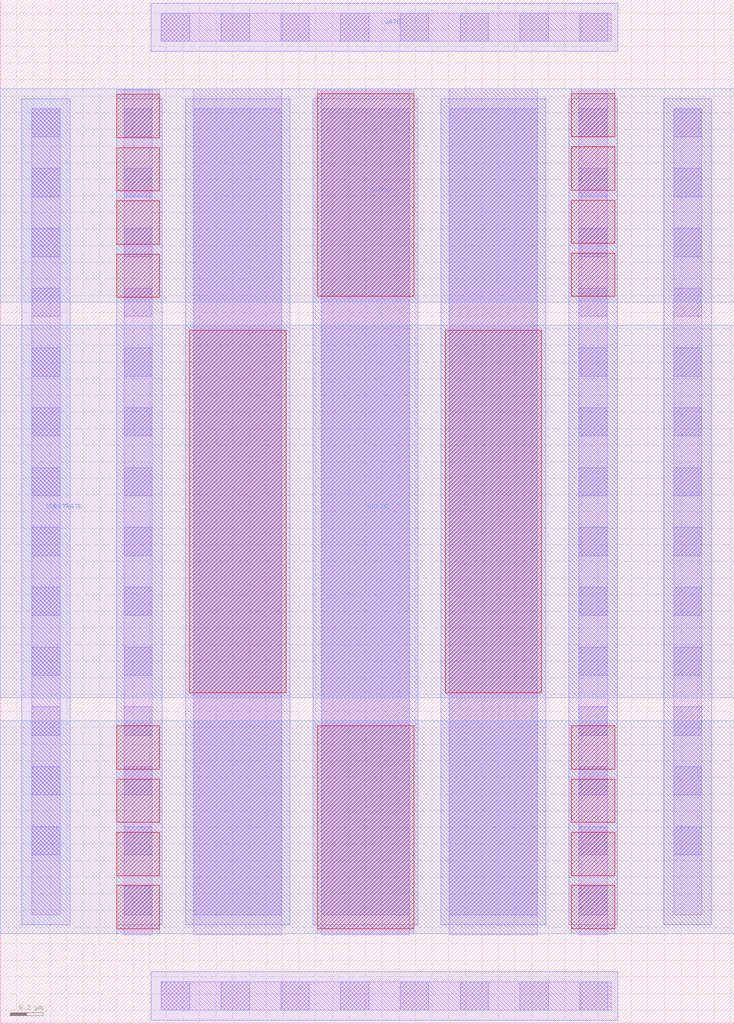
<source format=lef>
# Copyright 2020 The SkyWater PDK Authors
#
# Licensed under the Apache License, Version 2.0 (the "License");
# you may not use this file except in compliance with the License.
# You may obtain a copy of the License at
#
#     https://www.apache.org/licenses/LICENSE-2.0
#
# Unless required by applicable law or agreed to in writing, software
# distributed under the License is distributed on an "AS IS" BASIS,
# WITHOUT WARRANTIES OR CONDITIONS OF ANY KIND, either express or implied.
# See the License for the specific language governing permissions and
# limitations under the License.
#
# SPDX-License-Identifier: Apache-2.0

VERSION 5.7 ;
  NOWIREEXTENSIONATPIN ON ;
  DIVIDERCHAR "/" ;
  BUSBITCHARS "[]" ;
MACRO sky130_fd_pr__rf_nfet_01v8_mcM04W5p00L0p15
  CLASS BLOCK ;
  FOREIGN sky130_fd_pr__rf_nfet_01v8_mcM04W5p00L0p15 ;
  ORIGIN  0.000000 -0.020000 ;
  SIZE  4.420000 BY  6.160000 ;
  PIN DRAIN
    ANTENNADIFFAREA  6.262000 ;
    PORT
      LAYER met2 ;
        RECT 0.000000 1.980000 4.420000 4.220000 ;
    END
  END DRAIN
  PIN GATE
    ANTENNAGATEAREA  3.030000 ;
    PORT
      LAYER met1 ;
        RECT 0.910000 0.040000 3.720000 0.330000 ;
        RECT 0.910000 5.870000 3.720000 6.160000 ;
    END
  END GATE
  PIN SOURCE
    ANTENNADIFFAREA  6.034750 ;
    PORT
      LAYER met2 ;
        RECT 0.000000 0.560000 4.420000 1.840000 ;
        RECT 0.000000 4.360000 4.420000 5.645000 ;
    END
  END SOURCE
  PIN SUBSTRATE
    ANTENNADIFFAREA  1.464500 ;
    PORT
      LAYER met1 ;
        RECT 0.130000 0.615000 0.420000 5.585000 ;
    END
  END SUBSTRATE
  OBS
    LAYER li1 ;
      RECT 0.190000 0.675000 0.360000 5.525000 ;
      RECT 0.745000 0.555000 0.915000 5.645000 ;
      RECT 0.970000 0.100000 3.680000 0.270000 ;
      RECT 0.970000 5.930000 3.680000 6.100000 ;
      RECT 1.165000 0.555000 1.695000 5.645000 ;
      RECT 1.935000 0.555000 2.465000 5.645000 ;
      RECT 2.705000 0.555000 3.235000 5.645000 ;
      RECT 3.485000 0.555000 3.655000 5.645000 ;
      RECT 4.055000 0.675000 4.225000 5.525000 ;
    LAYER mcon ;
      RECT 0.190000 1.035000 0.360000 1.205000 ;
      RECT 0.190000 1.395000 0.360000 1.565000 ;
      RECT 0.190000 1.755000 0.360000 1.925000 ;
      RECT 0.190000 2.115000 0.360000 2.285000 ;
      RECT 0.190000 2.475000 0.360000 2.645000 ;
      RECT 0.190000 2.835000 0.360000 3.005000 ;
      RECT 0.190000 3.195000 0.360000 3.365000 ;
      RECT 0.190000 3.555000 0.360000 3.725000 ;
      RECT 0.190000 3.915000 0.360000 4.085000 ;
      RECT 0.190000 4.275000 0.360000 4.445000 ;
      RECT 0.190000 4.635000 0.360000 4.805000 ;
      RECT 0.190000 4.995000 0.360000 5.165000 ;
      RECT 0.190000 5.355000 0.360000 5.525000 ;
      RECT 0.745000 0.675000 0.915000 0.845000 ;
      RECT 0.745000 1.035000 0.915000 1.205000 ;
      RECT 0.745000 1.395000 0.915000 1.565000 ;
      RECT 0.745000 1.755000 0.915000 1.925000 ;
      RECT 0.745000 2.115000 0.915000 2.285000 ;
      RECT 0.745000 2.475000 0.915000 2.645000 ;
      RECT 0.745000 2.835000 0.915000 3.005000 ;
      RECT 0.745000 3.195000 0.915000 3.365000 ;
      RECT 0.745000 3.555000 0.915000 3.725000 ;
      RECT 0.745000 3.915000 0.915000 4.085000 ;
      RECT 0.745000 4.275000 0.915000 4.445000 ;
      RECT 0.745000 4.635000 0.915000 4.805000 ;
      RECT 0.745000 4.995000 0.915000 5.165000 ;
      RECT 0.745000 5.355000 0.915000 5.525000 ;
      RECT 0.970000 0.100000 1.140000 0.270000 ;
      RECT 0.970000 5.930000 1.140000 6.100000 ;
      RECT 1.165000 0.675000 1.695000 5.525000 ;
      RECT 1.330000 0.100000 1.500000 0.270000 ;
      RECT 1.330000 5.930000 1.500000 6.100000 ;
      RECT 1.690000 0.100000 1.860000 0.270000 ;
      RECT 1.690000 5.930000 1.860000 6.100000 ;
      RECT 1.935000 0.675000 2.465000 5.525000 ;
      RECT 2.050000 0.100000 2.220000 0.270000 ;
      RECT 2.050000 5.930000 2.220000 6.100000 ;
      RECT 2.410000 0.100000 2.580000 0.270000 ;
      RECT 2.410000 5.930000 2.580000 6.100000 ;
      RECT 2.705000 0.675000 3.235000 5.525000 ;
      RECT 2.770000 0.100000 2.940000 0.270000 ;
      RECT 2.770000 5.930000 2.940000 6.100000 ;
      RECT 3.130000 0.100000 3.300000 0.270000 ;
      RECT 3.130000 5.930000 3.300000 6.100000 ;
      RECT 3.485000 0.675000 3.655000 0.845000 ;
      RECT 3.485000 1.035000 3.655000 1.205000 ;
      RECT 3.485000 1.395000 3.655000 1.565000 ;
      RECT 3.485000 1.755000 3.655000 1.925000 ;
      RECT 3.485000 2.115000 3.655000 2.285000 ;
      RECT 3.485000 2.475000 3.655000 2.645000 ;
      RECT 3.485000 2.835000 3.655000 3.005000 ;
      RECT 3.485000 3.195000 3.655000 3.365000 ;
      RECT 3.485000 3.555000 3.655000 3.725000 ;
      RECT 3.485000 3.915000 3.655000 4.085000 ;
      RECT 3.485000 4.275000 3.655000 4.445000 ;
      RECT 3.485000 4.635000 3.655000 4.805000 ;
      RECT 3.485000 4.995000 3.655000 5.165000 ;
      RECT 3.485000 5.355000 3.655000 5.525000 ;
      RECT 3.490000 0.100000 3.660000 0.270000 ;
      RECT 3.490000 5.930000 3.660000 6.100000 ;
      RECT 4.055000 1.035000 4.225000 1.205000 ;
      RECT 4.055000 1.395000 4.225000 1.565000 ;
      RECT 4.055000 1.755000 4.225000 1.925000 ;
      RECT 4.055000 2.115000 4.225000 2.285000 ;
      RECT 4.055000 2.475000 4.225000 2.645000 ;
      RECT 4.055000 2.835000 4.225000 3.005000 ;
      RECT 4.055000 3.195000 4.225000 3.365000 ;
      RECT 4.055000 3.555000 4.225000 3.725000 ;
      RECT 4.055000 3.915000 4.225000 4.085000 ;
      RECT 4.055000 4.275000 4.225000 4.445000 ;
      RECT 4.055000 4.635000 4.225000 4.805000 ;
      RECT 4.055000 4.995000 4.225000 5.165000 ;
      RECT 4.055000 5.355000 4.225000 5.525000 ;
    LAYER met1 ;
      RECT 0.700000 0.560000 0.960000 0.615000 ;
      RECT 0.700000 0.615000 0.975000 5.585000 ;
      RECT 0.700000 5.585000 0.960000 5.640000 ;
      RECT 1.115000 0.615000 1.745000 5.585000 ;
      RECT 1.885000 0.615000 2.515000 5.585000 ;
      RECT 1.910000 0.560000 2.490000 0.615000 ;
      RECT 1.910000 5.585000 2.490000 5.645000 ;
      RECT 2.655000 0.615000 3.285000 5.585000 ;
      RECT 3.425000 0.615000 3.715000 5.585000 ;
      RECT 3.440000 0.560000 3.700000 0.615000 ;
      RECT 3.440000 5.585000 3.700000 5.645000 ;
      RECT 3.995000 0.615000 4.285000 5.585000 ;
    LAYER via ;
      RECT 0.700000 0.590000 0.960000 0.850000 ;
      RECT 0.700000 0.910000 0.960000 1.170000 ;
      RECT 0.700000 1.230000 0.960000 1.490000 ;
      RECT 0.700000 1.550000 0.960000 1.810000 ;
      RECT 0.700000 4.390000 0.960000 4.650000 ;
      RECT 0.700000 4.710000 0.960000 4.970000 ;
      RECT 0.700000 5.030000 0.960000 5.290000 ;
      RECT 0.700000 5.350000 0.960000 5.610000 ;
      RECT 1.140000 2.010000 1.720000 4.190000 ;
      RECT 1.910000 0.590000 2.490000 1.810000 ;
      RECT 1.910000 4.395000 2.490000 5.615000 ;
      RECT 2.680000 2.010000 3.260000 4.190000 ;
      RECT 3.440000 0.590000 3.700000 0.850000 ;
      RECT 3.440000 0.910000 3.700000 1.170000 ;
      RECT 3.440000 1.230000 3.700000 1.490000 ;
      RECT 3.440000 1.550000 3.700000 1.810000 ;
      RECT 3.440000 4.395000 3.700000 4.655000 ;
      RECT 3.440000 4.715000 3.700000 4.975000 ;
      RECT 3.440000 5.035000 3.700000 5.295000 ;
      RECT 3.440000 5.355000 3.700000 5.615000 ;
  END
END sky130_fd_pr__rf_nfet_01v8_mcM04W5p00L0p15
END LIBRARY

</source>
